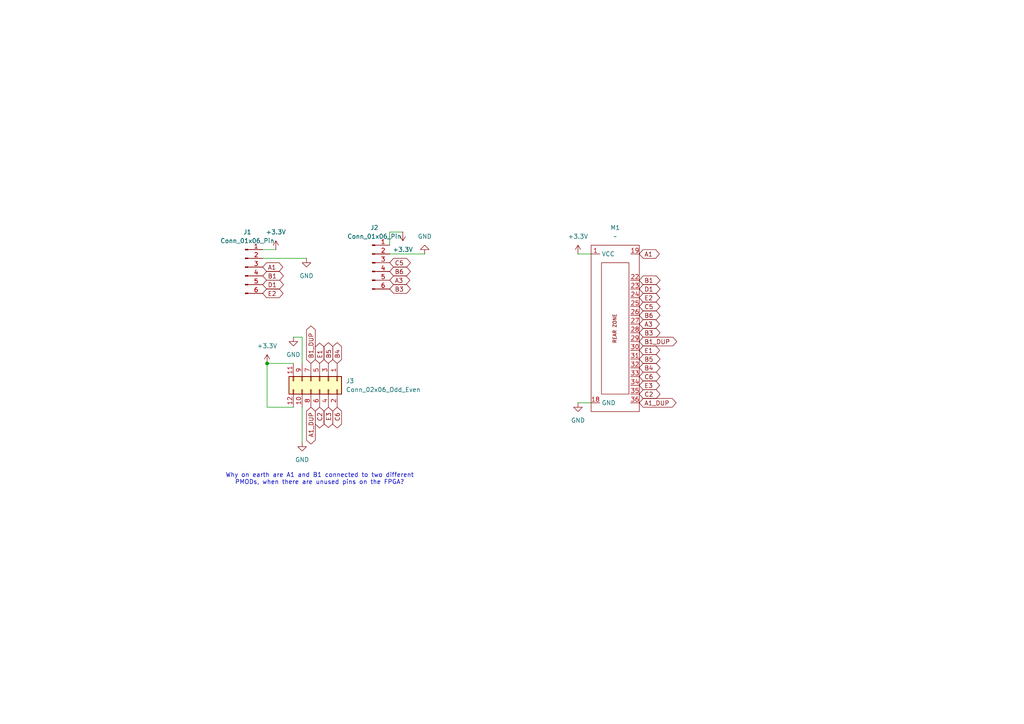
<source format=kicad_sch>
(kicad_sch (version 20250114) (generator "eeschema") (generator_version "9.0")
  (paper "A4")
  (lib_symbols
    (symbol "Connector:Conn_01x06_Pin" (pin_names (offset 1.016) (hide yes))
      (property "Reference" "J" (at 0 7.62 0))
      (property "Value" "Conn_01x06_Pin" (at 0 -10.16 0))
      (symbol "Conn_01x06_Pin_1_1"
        (rectangle (start 0.8636 5.207) (end 0 4.953) (stroke (width 0.1524)) (fill (type outline)))
        (rectangle (start 0.8636 2.667) (end 0 2.413) (stroke (width 0.1524)) (fill (type outline)))
        (rectangle (start 0.8636 0.127) (end 0 -0.127) (stroke (width 0.1524)) (fill (type outline)))
        (rectangle (start 0.8636 -2.413) (end 0 -2.667) (stroke (width 0.1524)) (fill (type outline)))
        (rectangle (start 0.8636 -4.953) (end 0 -5.207) (stroke (width 0.1524)) (fill (type outline)))
        (rectangle (start 0.8636 -7.493) (end 0 -7.747) (stroke (width 0.1524)) (fill (type outline)))
        (polyline (pts (xy 1.27 5.08) (xy 0.8636 5.08)) (stroke (width 0.1524)))
        (polyline (pts (xy 1.27 2.54) (xy 0.8636 2.54)) (stroke (width 0.1524)))
        (polyline (pts (xy 1.27 0) (xy 0.8636 0)) (stroke (width 0.1524)))
        (polyline (pts (xy 1.27 -2.54) (xy 0.8636 -2.54)) (stroke (width 0.1524)))
        (polyline (pts (xy 1.27 -5.08) (xy 0.8636 -5.08)) (stroke (width 0.1524)))
        (polyline (pts (xy 1.27 -7.62) (xy 0.8636 -7.62)) (stroke (width 0.1524)))
        (pin passive line (at 5.08 5.08 180) (length 3.81) (name "Pin_1") (number "1"))
        (pin passive line (at 5.08 2.54 180) (length 3.81) (name "Pin_2") (number "2"))
        (pin passive line (at 5.08 0 180) (length 3.81) (name "Pin_3") (number "3"))
        (pin passive line (at 5.08 -2.54 180) (length 3.81) (name "Pin_4") (number "4"))
        (pin passive line (at 5.08 -5.08 180) (length 3.81) (name "Pin_5") (number "5"))
        (pin passive line (at 5.08 -7.62 180) (length 3.81) (name "Pin_6") (number "6"))
      )
    )
    (symbol "Connector_Generic:Conn_02x06_Odd_Even" (pin_names (offset 1.016) (hide yes))
      (property "Reference" "J" (at 1.27 7.62 0))
      (property "Value" "Conn_02x06_Odd_Even" (at 1.27 -10.16 0))
      (symbol "Conn_02x06_Odd_Even_1_1"
        (rectangle (start -1.27 6.35) (end 3.81 -8.89) (stroke (width 0.254)) (fill (type background)))
        (rectangle (start -1.27 5.207) (end 0 4.953) (stroke (width 0.1524)))
        (rectangle (start -1.27 2.667) (end 0 2.413) (stroke (width 0.1524)))
        (rectangle (start -1.27 0.127) (end 0 -0.127) (stroke (width 0.1524)))
        (rectangle (start -1.27 -2.413) (end 0 -2.667) (stroke (width 0.1524)))
        (rectangle (start -1.27 -4.953) (end 0 -5.207) (stroke (width 0.1524)))
        (rectangle (start -1.27 -7.493) (end 0 -7.747) (stroke (width 0.1524)))
        (rectangle (start 3.81 5.207) (end 2.54 4.953) (stroke (width 0.1524)))
        (rectangle (start 3.81 2.667) (end 2.54 2.413) (stroke (width 0.1524)))
        (rectangle (start 3.81 0.127) (end 2.54 -0.127) (stroke (width 0.1524)))
        (rectangle (start 3.81 -2.413) (end 2.54 -2.667) (stroke (width 0.1524)))
        (rectangle (start 3.81 -4.953) (end 2.54 -5.207) (stroke (width 0.1524)))
        (rectangle (start 3.81 -7.493) (end 2.54 -7.747) (stroke (width 0.1524)))
        (pin passive line (at -5.08 5.08 0) (length 3.81) (name "Pin_1") (number "1"))
        (pin passive line (at -5.08 2.54 0) (length 3.81) (name "Pin_3") (number "3"))
        (pin passive line (at -5.08 0 0) (length 3.81) (name "Pin_5") (number "5"))
        (pin passive line (at -5.08 -2.54 0) (length 3.81) (name "Pin_7") (number "7"))
        (pin passive line (at -5.08 -5.08 0) (length 3.81) (name "Pin_9") (number "9"))
        (pin passive line (at -5.08 -7.62 0) (length 3.81) (name "Pin_11") (number "11"))
        (pin passive line (at 7.62 5.08 180) (length 3.81) (name "Pin_2") (number "2"))
        (pin passive line (at 7.62 2.54 180) (length 3.81) (name "Pin_4") (number "4"))
        (pin passive line (at 7.62 0 180) (length 3.81) (name "Pin_6") (number "6"))
        (pin passive line (at 7.62 -2.54 180) (length 3.81) (name "Pin_8") (number "8"))
        (pin passive line (at 7.62 -5.08 180) (length 3.81) (name "Pin_10") (number "10"))
        (pin passive line (at 7.62 -7.62 180) (length 3.81) (name "Pin_12") (number "12"))
      )
    )
    (symbol "MegaCastle:MegaCastle2x18-Module-I24.0x40.9-M800067FFF"
      (property "Reference" "M" (at 0 -26.67 0))
      (symbol "MegaCastle2x18-Module-I24.0x40.9-M800067FFF_0_1"
        (rectangle (start -6.35 24.13) (end 7.62 -24.13))
        (rectangle (start -3.35 19.05) (end 4.62 -19.05))
      )
      (symbol "MegaCastle2x18-Module-I24.0x40.9-M800067FFF_1_1"
        (text "REAR ZONE" (at 0.5 0 900) (effects (font (size 1 1))))
        (pin bidirectional line (at -6.35 21.59 0) (length 2.54) (name "VCC") (number "1"))
        (pin bidirectional line (at -6.35 -21.59 0) (length 2.54) (name "GND") (number "18"))
        (pin bidirectional line (at 7.62 21.59 180) (length 2.54) (name "") (number "19"))
        (pin bidirectional line (at 7.62 13.97 180) (length 2.54) (name "") (number "22"))
        (pin bidirectional line (at 7.62 11.43 180) (length 2.54) (name "") (number "23"))
        (pin bidirectional line (at 7.62 8.89 180) (length 2.54) (name "") (number "24"))
        (pin bidirectional line (at 7.62 6.35 180) (length 2.54) (name "") (number "25"))
        (pin bidirectional line (at 7.62 3.81 180) (length 2.54) (name "") (number "26"))
        (pin bidirectional line (at 7.62 1.27 180) (length 2.54) (name "") (number "27"))
        (pin bidirectional line (at 7.62 -1.27 180) (length 2.54) (name "") (number "28"))
        (pin bidirectional line (at 7.62 -3.81 180) (length 2.54) (name "") (number "29"))
        (pin bidirectional line (at 7.62 -6.35 180) (length 2.54) (name "") (number "30"))
        (pin bidirectional line (at 7.62 -8.89 180) (length 2.54) (name "") (number "31"))
        (pin bidirectional line (at 7.62 -11.43 180) (length 2.54) (name "") (number "32"))
        (pin bidirectional line (at 7.62 -13.97 180) (length 2.54) (name "") (number "33"))
        (pin bidirectional line (at 7.62 -16.51 180) (length 2.54) (name "") (number "34"))
        (pin bidirectional line (at 7.62 -19.05 180) (length 2.54) (name "") (number "35"))
        (pin bidirectional line (at 7.62 -21.59 180) (length 2.54) (name "") (number "36"))
      )
    )
    (symbol "power:+3.3V" (power) (pin_numbers (hide yes)) (pin_names (offset 0) (hide yes))
      (property "Value" "+3.3V" (at 0 3.556 0))
      (symbol "+3.3V_0_1"
        (polyline (pts (xy -0.762 1.27) (xy 0 2.54)))
        (polyline (pts (xy 0 2.54) (xy 0.762 1.27)))
        (polyline (pts (xy 0 0) (xy 0 2.54)))
      )
      (symbol "+3.3V_1_1"
        (pin power_in line (at 0 0 90) (length 0) (name "~") (number "1"))
      )
    )
    (symbol "power:GND" (power) (pin_numbers (hide yes)) (pin_names (offset 0) (hide yes))
      (property "Value" "GND" (at 0 -3.81 0))
      (symbol "GND_0_1"
        (polyline (pts (xy 0 0) (xy 0 -1.27) (xy 1.27 -1.27) (xy 0 -2.54) (xy -1.27 -1.27) (xy 0 -1.27)))
      )
      (symbol "GND_1_1"
        (pin power_in line (at 0 0 270) (length 0) (name "~") (number "1"))
      )
    )
  )
  (text "Why on earth are A1 and B1 connected to two different\nPMODs, when there are unused pins on the FPGA?" (at 92.71 138.938 0) (effects (font (size 1.27 1.27))))
  (junction (at 77.47 105.41))
  (wire (pts (xy 167.64 116.84) (xy 171.45 116.84)))
  (wire (pts (xy 77.47 105.41) (xy 85.09 105.41)))
  (wire (pts (xy 76.2 72.39) (xy 80.01 72.39)))
  (wire (pts (xy 113.03 71.12) (xy 113.03 67.31)))
  (wire (pts (xy 87.63 97.79) (xy 87.63 105.41)))
  (wire (pts (xy 113.03 73.66) (xy 123.19 73.66)))
  (wire (pts (xy 85.09 118.11) (xy 77.47 118.11)))
  (wire (pts (xy 113.03 67.31) (xy 116.84 67.31)))
  (wire (pts (xy 87.63 118.11) (xy 87.63 128.27)))
  (wire (pts (xy 77.47 118.11) (xy 77.47 105.41)))
  (wire (pts (xy 85.09 97.79) (xy 87.63 97.79)))
  (wire (pts (xy 167.64 73.66) (xy 171.45 73.66)))
  (wire (pts (xy 76.2 74.93) (xy 88.9 74.93)))
  (global_label "B1_DUP" (shape bidirectional) (at 90.17 105.41 90) (property "Intersheetrefs" "${INTERSHEET_REFS}" (effects (hide yes))))
  (global_label "D1" (shape bidirectional) (at 76.2 82.55 0) (property "Intersheetrefs" "${INTERSHEET_REFS}" (effects (hide yes))))
  (global_label "A1" (shape bidirectional) (at 185.42 73.66 0) (property "Intersheetrefs" "${INTERSHEET_REFS}" (effects (hide yes))))
  (global_label "B6" (shape bidirectional) (at 185.42 91.44 0) (property "Intersheetrefs" "${INTERSHEET_REFS}" (effects (hide yes))))
  (global_label "C5" (shape bidirectional) (at 185.42 88.9 0) (property "Intersheetrefs" "${INTERSHEET_REFS}" (effects (hide yes))))
  (global_label "B1_DUP" (shape bidirectional) (at 185.42 99.06 0) (property "Intersheetrefs" "${INTERSHEET_REFS}" (effects (hide yes))))
  (global_label "E3" (shape bidirectional) (at 185.42 111.76 0) (property "Intersheetrefs" "${INTERSHEET_REFS}" (effects (hide yes))))
  (global_label "B1" (shape bidirectional) (at 185.42 81.28 0) (property "Intersheetrefs" "${INTERSHEET_REFS}" (effects (hide yes))))
  (global_label "A1" (shape bidirectional) (at 76.2 77.47 0) (property "Intersheetrefs" "${INTERSHEET_REFS}" (effects (hide yes))))
  (global_label "E1" (shape bidirectional) (at 92.71 105.41 90) (property "Intersheetrefs" "${INTERSHEET_REFS}" (effects (hide yes))))
  (global_label "B4" (shape bidirectional) (at 185.42 106.68 0) (property "Intersheetrefs" "${INTERSHEET_REFS}" (effects (hide yes))))
  (global_label "C5" (shape bidirectional) (at 113.03 76.2 0) (property "Intersheetrefs" "${INTERSHEET_REFS}" (effects (hide yes))))
  (global_label "E3" (shape bidirectional) (at 95.25 118.11 270) (property "Intersheetrefs" "${INTERSHEET_REFS}" (effects (hide yes))))
  (global_label "A1_DUP" (shape bidirectional) (at 185.42 116.84 0) (property "Intersheetrefs" "${INTERSHEET_REFS}" (effects (hide yes))))
  (global_label "B5" (shape bidirectional) (at 185.42 104.14 0) (property "Intersheetrefs" "${INTERSHEET_REFS}" (effects (hide yes))))
  (global_label "B3" (shape bidirectional) (at 113.03 83.82 0) (property "Intersheetrefs" "${INTERSHEET_REFS}" (effects (hide yes))))
  (global_label "E2" (shape bidirectional) (at 76.2 85.09 0) (property "Intersheetrefs" "${INTERSHEET_REFS}" (effects (hide yes))))
  (global_label "C6" (shape bidirectional) (at 97.79 118.11 270) (property "Intersheetrefs" "${INTERSHEET_REFS}" (effects (hide yes))))
  (global_label "E2" (shape bidirectional) (at 185.42 86.36 0) (property "Intersheetrefs" "${INTERSHEET_REFS}" (effects (hide yes))))
  (global_label "B5" (shape bidirectional) (at 95.25 105.41 90) (property "Intersheetrefs" "${INTERSHEET_REFS}" (effects (hide yes))))
  (global_label "B1" (shape bidirectional) (at 76.2 80.01 0) (property "Intersheetrefs" "${INTERSHEET_REFS}" (effects (hide yes))))
  (global_label "E1" (shape bidirectional) (at 185.42 101.6 0) (property "Intersheetrefs" "${INTERSHEET_REFS}" (effects (hide yes))))
  (global_label "C2" (shape bidirectional) (at 185.42 114.3 0) (property "Intersheetrefs" "${INTERSHEET_REFS}" (effects (hide yes))))
  (global_label "A3" (shape bidirectional) (at 185.42 93.98 0) (property "Intersheetrefs" "${INTERSHEET_REFS}" (effects (hide yes))))
  (global_label "A1_DUP" (shape bidirectional) (at 90.17 118.11 270) (property "Intersheetrefs" "${INTERSHEET_REFS}" (effects (hide yes))))
  (global_label "C6" (shape bidirectional) (at 185.42 109.22 0) (property "Intersheetrefs" "${INTERSHEET_REFS}" (effects (hide yes))))
  (global_label "D1" (shape bidirectional) (at 185.42 83.82 0) (property "Intersheetrefs" "${INTERSHEET_REFS}" (effects (hide yes))))
  (global_label "B6" (shape bidirectional) (at 113.03 78.74 0) (property "Intersheetrefs" "${INTERSHEET_REFS}" (effects (hide yes))))
  (global_label "A3" (shape bidirectional) (at 113.03 81.28 0) (property "Intersheetrefs" "${INTERSHEET_REFS}" (effects (hide yes))))
  (global_label "B3" (shape bidirectional) (at 185.42 96.52 0) (property "Intersheetrefs" "${INTERSHEET_REFS}" (effects (hide yes))))
  (global_label "C2" (shape bidirectional) (at 92.71 118.11 270) (property "Intersheetrefs" "${INTERSHEET_REFS}" (effects (hide yes))))
  (global_label "B4" (shape bidirectional) (at 97.79 105.41 90) (property "Intersheetrefs" "${INTERSHEET_REFS}" (effects (hide yes))))
  (symbol (lib_id "power:+3.3V") (at 77.47 105.41 0) (unit 1)
    (property "Reference" "#PWR03" (effects (hide yes)))
    (property "Value" "+3.3V" (at 77.47 100.33 0))
    (property "Description" "Power symbol creates a global label with name \"+3.3V\"" (effects (hide yes)))
  )
  (symbol (lib_id "power:+3.3V") (at 80.01 72.39 0) (unit 1)
    (property "Reference" "#PWR01" (effects (hide yes)))
    (property "Value" "+3.3V" (at 80.01 67.31 0))
    (property "Description" "Power symbol creates a global label with name \"+3.3V\"" (effects (hide yes)))
  )
  (symbol (lib_id "power:GND") (at 87.63 128.27 0) (unit 1)
    (property "Reference" "#PWR06" (effects (hide yes)))
    (property "Value" "GND" (at 87.63 133.35 0))
    (property "Description" "Power symbol creates a global label with name \"GND\" , ground" (effects (hide yes)))
  )
  (symbol (lib_id "power:+3.3V") (at 116.84 67.31 0) (mirror x) (unit 1)
    (property "Reference" "#PWR02" (effects (hide yes)))
    (property "Value" "+3.3V" (at 116.84 72.39 0))
    (property "Description" "Power symbol creates a global label with name \"+3.3V\"" (effects (hide yes)))
  )
  (symbol (lib_id "power:GND") (at 167.64 116.84 0) (unit 1)
    (property "Reference" "#PWR08" (effects (hide yes)))
    (property "Value" "GND" (at 167.64 121.92 0))
    (property "Description" "Power symbol creates a global label with name \"GND\" , ground" (effects (hide yes)))
  )
  (symbol (lib_id "power:GND") (at 88.9 74.93 0) (unit 1)
    (property "Reference" "#PWR04" (effects (hide yes)))
    (property "Value" "GND" (at 88.9 80.01 0))
    (property "Description" "Power symbol creates a global label with name \"GND\" , ground" (effects (hide yes)))
  )
  (symbol (lib_id "power:GND") (at 85.09 97.79 0) (unit 1)
    (property "Reference" "#PWR07" (effects (hide yes)))
    (property "Value" "GND" (at 85.09 102.87 0))
    (property "Description" "Power symbol creates a global label with name \"GND\" , ground" (effects (hide yes)))
  )
  (symbol (lib_id "Connector:Conn_01x06_Pin") (at 71.12 77.47 0) (unit 1)
    (property "Reference" "J1" (at 71.755 67.31 0))
    (property "Value" "Conn_01x06_Pin" (at 71.755 69.85 0))
    (property "Footprint" "Connector_PinHeader_2.54mm:PinHeader_1x06_P2.54mm_Vertical" (effects (hide yes)))
    (property "Description" "Generic connector, single row, 01x06, script generated" (effects (hide yes)))
  )
  (symbol (lib_id "Connector_Generic:Conn_02x06_Odd_Even") (at 92.71 110.49 270) (unit 1)
    (property "Reference" "J3" (at 100.33 110.4899 90) (effects (justify left)))
    (property "Value" "Conn_02x06_Odd_Even" (at 100.33 113.0299 90) (effects (justify left)))
    (property "Footprint" "Connector_PinHeader_2.54mm:PinHeader_2x06_P2.54mm_Vertical" (effects (hide yes)))
    (property "Description" "Generic connector, double row, 02x06, odd/even pin numbering scheme (row 1 odd numbers, row 2 even numbers), script generated (kicad-library-utils/schlib/autogen/connector/)" (effects (hide yes)))
  )
  (symbol (lib_id "Connector:Conn_01x06_Pin") (at 107.95 76.2 0) (unit 1)
    (property "Reference" "J2" (at 108.585 66.04 0))
    (property "Value" "Conn_01x06_Pin" (at 108.585 68.58 0))
    (property "Footprint" "Connector_PinHeader_2.54mm:PinHeader_1x06_P2.54mm_Vertical" (effects (hide yes)))
    (property "Description" "Generic connector, single row, 01x06, script generated" (effects (hide yes)))
  )
  (symbol (lib_id "power:GND") (at 123.19 73.66 0) (mirror x) (unit 1)
    (property "Reference" "#PWR05" (effects (hide yes)))
    (property "Value" "GND" (at 123.19 68.58 0))
    (property "Description" "Power symbol creates a global label with name \"GND\" , ground" (effects (hide yes)))
  )
  (symbol (lib_id "MegaCastle:MegaCastle2x18-Module-I24.0x40.9-M800067FFF") (at 177.8 95.25 0) (unit 1)
    (property "Reference" "M1" (at 178.435 66.04 0))
    (property "Value" "~" (at 178.435 68.58 0))
    (property "Footprint" "MegaCastle:MegaCastle2x18-Module-I24.0x40.9-M800067FFF" (effects (hide yes)))
    (property "Description" "Generated using footprint-gen . 24 44 18 M800067FFF" (effects (hide yes)))
  )
  (symbol (lib_id "power:+3.3V") (at 167.64 73.66 0) (unit 1)
    (property "Reference" "#PWR09" (effects (hide yes)))
    (property "Value" "+3.3V" (at 167.64 68.58 0))
    (property "Description" "Power symbol creates a global label with name \"+3.3V\"" (effects (hide yes)))
  )
)
</source>
